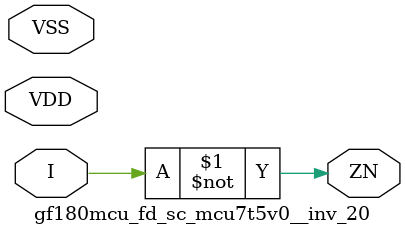
<source format=v>

module gf180mcu_fd_sc_mcu7t5v0__inv_20( I, ZN, VDD, VSS );
input I;
inout VDD, VSS;
output ZN;

	not MGM_BG_0( ZN, I );

endmodule

</source>
